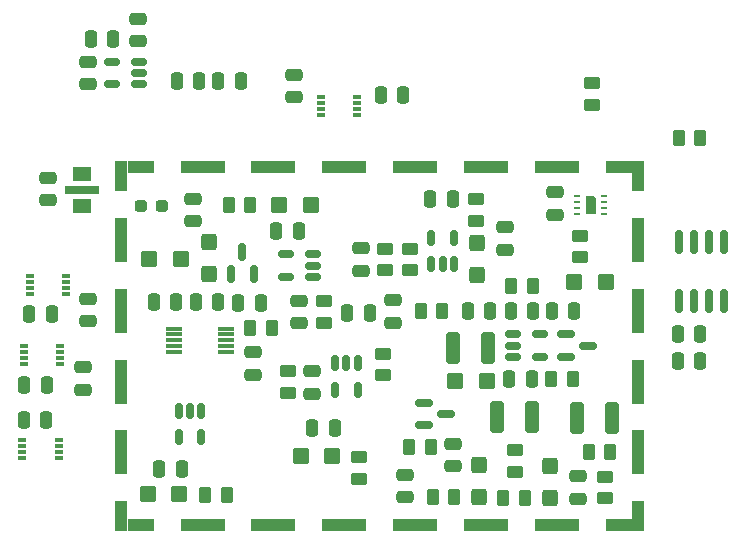
<source format=gbr>
%TF.GenerationSoftware,KiCad,Pcbnew,7.0.9-7.0.9~ubuntu23.04.1*%
%TF.CreationDate,2023-12-05T21:46:46+00:00*%
%TF.ProjectId,USTSIPIN03,55535453-4950-4494-9e30-332e6b696361,REV*%
%TF.SameCoordinates,PX66dd020PY81342c0*%
%TF.FileFunction,Paste,Bot*%
%TF.FilePolarity,Positive*%
%FSLAX46Y46*%
G04 Gerber Fmt 4.6, Leading zero omitted, Abs format (unit mm)*
G04 Created by KiCad (PCBNEW 7.0.9-7.0.9~ubuntu23.04.1) date 2023-12-05 21:46:46*
%MOMM*%
%LPD*%
G01*
G04 APERTURE LIST*
G04 Aperture macros list*
%AMRoundRect*
0 Rectangle with rounded corners*
0 $1 Rounding radius*
0 $2 $3 $4 $5 $6 $7 $8 $9 X,Y pos of 4 corners*
0 Add a 4 corners polygon primitive as box body*
4,1,4,$2,$3,$4,$5,$6,$7,$8,$9,$2,$3,0*
0 Add four circle primitives for the rounded corners*
1,1,$1+$1,$2,$3*
1,1,$1+$1,$4,$5*
1,1,$1+$1,$6,$7*
1,1,$1+$1,$8,$9*
0 Add four rect primitives between the rounded corners*
20,1,$1+$1,$2,$3,$4,$5,0*
20,1,$1+$1,$4,$5,$6,$7,0*
20,1,$1+$1,$6,$7,$8,$9,0*
20,1,$1+$1,$8,$9,$2,$3,0*%
%AMFreePoly0*
4,1,6,0.450000,-0.800000,-0.180000,-0.800000,-0.450000,-0.530000,-0.450000,0.800000,0.450000,0.800000,0.450000,-0.800000,0.450000,-0.800000,$1*%
G04 Aperture macros list end*
%ADD10RoundRect,0.250000X-0.475000X0.250000X-0.475000X-0.250000X0.475000X-0.250000X0.475000X0.250000X0*%
%ADD11RoundRect,0.150000X0.512500X0.150000X-0.512500X0.150000X-0.512500X-0.150000X0.512500X-0.150000X0*%
%ADD12RoundRect,0.250000X-0.450000X-0.425000X0.450000X-0.425000X0.450000X0.425000X-0.450000X0.425000X0*%
%ADD13RoundRect,0.250000X0.250000X0.475000X-0.250000X0.475000X-0.250000X-0.475000X0.250000X-0.475000X0*%
%ADD14RoundRect,0.250000X-0.250000X-0.475000X0.250000X-0.475000X0.250000X0.475000X-0.250000X0.475000X0*%
%ADD15RoundRect,0.250000X-0.262500X-0.450000X0.262500X-0.450000X0.262500X0.450000X-0.262500X0.450000X0*%
%ADD16RoundRect,0.250000X-0.450000X0.262500X-0.450000X-0.262500X0.450000X-0.262500X0.450000X0.262500X0*%
%ADD17R,1.000000X1.000000*%
%ADD18R,1.000000X1.550000*%
%ADD19R,1.000000X3.800000*%
%ADD20R,2.300000X1.000000*%
%ADD21R,3.800000X1.000000*%
%ADD22RoundRect,0.150000X-0.150000X0.512500X-0.150000X-0.512500X0.150000X-0.512500X0.150000X0.512500X0*%
%ADD23RoundRect,0.250000X0.325000X1.100000X-0.325000X1.100000X-0.325000X-1.100000X0.325000X-1.100000X0*%
%ADD24RoundRect,0.150000X0.150000X-0.512500X0.150000X0.512500X-0.150000X0.512500X-0.150000X-0.512500X0*%
%ADD25RoundRect,0.250000X0.475000X-0.250000X0.475000X0.250000X-0.475000X0.250000X-0.475000X-0.250000X0*%
%ADD26R,0.800000X0.300000*%
%ADD27RoundRect,0.250000X0.450000X0.425000X-0.450000X0.425000X-0.450000X-0.425000X0.450000X-0.425000X0*%
%ADD28R,1.400000X0.300000*%
%ADD29RoundRect,0.250000X0.262500X0.450000X-0.262500X0.450000X-0.262500X-0.450000X0.262500X-0.450000X0*%
%ADD30R,1.500000X1.300000*%
%ADD31R,3.000000X0.700000*%
%ADD32RoundRect,0.150000X0.150000X-0.587500X0.150000X0.587500X-0.150000X0.587500X-0.150000X-0.587500X0*%
%ADD33RoundRect,0.250000X0.450000X-0.262500X0.450000X0.262500X-0.450000X0.262500X-0.450000X-0.262500X0*%
%ADD34RoundRect,0.250000X0.425000X-0.450000X0.425000X0.450000X-0.425000X0.450000X-0.425000X-0.450000X0*%
%ADD35RoundRect,0.250000X-0.325000X-1.100000X0.325000X-1.100000X0.325000X1.100000X-0.325000X1.100000X0*%
%ADD36RoundRect,0.250000X-0.425000X0.450000X-0.425000X-0.450000X0.425000X-0.450000X0.425000X0.450000X0*%
%ADD37RoundRect,0.150000X-0.512500X-0.150000X0.512500X-0.150000X0.512500X0.150000X-0.512500X0.150000X0*%
%ADD38RoundRect,0.237500X0.287500X0.237500X-0.287500X0.237500X-0.287500X-0.237500X0.287500X-0.237500X0*%
%ADD39FreePoly0,180.000000*%
%ADD40R,0.550000X0.250000*%
%ADD41RoundRect,0.150000X-0.587500X-0.150000X0.587500X-0.150000X0.587500X0.150000X-0.587500X0.150000X0*%
%ADD42RoundRect,0.150000X-0.150000X0.825000X-0.150000X-0.825000X0.150000X-0.825000X0.150000X0.825000X0*%
G04 APERTURE END LIST*
D10*
%TO.C,C2*%
X24841200Y38237200D03*
X24841200Y36337200D03*
%TD*%
D11*
%TO.C,U2*%
X34944900Y33545200D03*
X34944900Y32595200D03*
X34944900Y31645200D03*
X32669900Y31645200D03*
X32669900Y33545200D03*
%TD*%
D12*
%TO.C,C3*%
X32127200Y37729800D03*
X34827200Y37729800D03*
%TD*%
D13*
%TO.C,C8*%
X30566400Y29464000D03*
X28666400Y29464000D03*
%TD*%
D14*
%TO.C,C4*%
X31892200Y35490800D03*
X33792200Y35490800D03*
%TD*%
D13*
%TO.C,C7*%
X23860800Y15392400D03*
X21960800Y15392400D03*
%TD*%
D10*
%TO.C,C16*%
X33832800Y29601200D03*
X33832800Y27701200D03*
%TD*%
D15*
%TO.C,R6*%
X29694500Y27305000D03*
X31519500Y27305000D03*
%TD*%
D16*
%TO.C,R3*%
X38862000Y16381100D03*
X38862000Y14556100D03*
%TD*%
D15*
%TO.C,R2*%
X25859100Y13208000D03*
X27684100Y13208000D03*
%TD*%
D16*
%TO.C,R5*%
X35941000Y29574500D03*
X35941000Y27749500D03*
%TD*%
D17*
%TO.C,M5*%
X18740000Y40916400D03*
D18*
X18740000Y39641400D03*
D19*
X18740000Y34766400D03*
X18740000Y28766400D03*
X18740000Y22766400D03*
X18740000Y16766400D03*
D18*
X18740000Y11891400D03*
D17*
X18740000Y10616400D03*
D20*
X20390000Y40916400D03*
X20390000Y10616400D03*
D21*
X25640000Y40916400D03*
X25640000Y10616400D03*
X31640000Y40916400D03*
X31640000Y10616400D03*
X37640000Y40916400D03*
X37640000Y10616400D03*
X43640000Y40916400D03*
X43640000Y10616400D03*
X49640000Y40916400D03*
X49640000Y10616400D03*
X55640000Y40916400D03*
X55640000Y10616400D03*
D20*
X60890000Y40916400D03*
X60890000Y10616400D03*
D17*
X62540000Y40916400D03*
D18*
X62540000Y39641400D03*
D19*
X62540000Y34766400D03*
X62540000Y28766400D03*
X62540000Y22766400D03*
X62540000Y16766400D03*
D18*
X62540000Y11891400D03*
D17*
X62540000Y10616400D03*
%TD*%
D22*
%TO.C,U6*%
X23637200Y20314500D03*
X24587200Y20314500D03*
X25537200Y20314500D03*
X25537200Y18039500D03*
X23637200Y18039500D03*
%TD*%
D23*
%TO.C,C32*%
X49811200Y25628600D03*
X46861200Y25628600D03*
%TD*%
D24*
%TO.C,U9*%
X46909000Y32688300D03*
X45959000Y32688300D03*
X45009000Y32688300D03*
X45009000Y34963300D03*
X46909000Y34963300D03*
%TD*%
D13*
%TO.C,C12*%
X23429000Y29514800D03*
X21529000Y29514800D03*
%TD*%
D25*
%TO.C,C49*%
X20130600Y51599000D03*
X20130600Y53499000D03*
%TD*%
D14*
%TO.C,C46*%
X10530800Y22479000D03*
X12430800Y22479000D03*
%TD*%
%TO.C,C18*%
X10505400Y19558000D03*
X12405400Y19558000D03*
%TD*%
D10*
%TO.C,C38*%
X12536000Y40011600D03*
X12536000Y38111600D03*
%TD*%
D26*
%TO.C,U5*%
X13488000Y17793400D03*
X13488000Y17293400D03*
X13488000Y16793400D03*
X13488000Y16293400D03*
X10388000Y16293400D03*
X10388000Y16793400D03*
X10388000Y17293400D03*
X10388000Y17793400D03*
%TD*%
D27*
%TO.C,C13*%
X36630600Y16484600D03*
X33930600Y16484600D03*
%TD*%
D15*
%TO.C,R18*%
X44096300Y28727400D03*
X45921300Y28727400D03*
%TD*%
D16*
%TO.C,R16*%
X59744800Y14704300D03*
X59744800Y12879300D03*
%TD*%
%TO.C,R19*%
X52070000Y16965300D03*
X52070000Y15140300D03*
%TD*%
D25*
%TO.C,C31*%
X41757600Y27762800D03*
X41757600Y29662800D03*
%TD*%
D26*
%TO.C,U12*%
X10997600Y30212600D03*
X10997600Y30712600D03*
X10997600Y31212600D03*
X10997600Y31712600D03*
X14097600Y31712600D03*
X14097600Y31212600D03*
X14097600Y30712600D03*
X14097600Y30212600D03*
%TD*%
D27*
%TO.C,C34*%
X49686200Y22860000D03*
X46986200Y22860000D03*
%TD*%
D28*
%TO.C,U3*%
X27650800Y27263600D03*
X27650800Y26763600D03*
X27650800Y26263600D03*
X27650800Y25763600D03*
X27650800Y25263600D03*
X23250800Y25263600D03*
X23250800Y25763600D03*
X23250800Y26263600D03*
X23250800Y26763600D03*
X23250800Y27263600D03*
%TD*%
D14*
%TO.C,C41*%
X65877400Y26822400D03*
X67777400Y26822400D03*
%TD*%
D10*
%TO.C,C15*%
X34925000Y23657600D03*
X34925000Y21757600D03*
%TD*%
%TO.C,C5*%
X51231800Y35849600D03*
X51231800Y33949600D03*
%TD*%
D23*
%TO.C,C29*%
X53519600Y19786600D03*
X50569600Y19786600D03*
%TD*%
D29*
%TO.C,R12*%
X56995700Y23012400D03*
X55170700Y23012400D03*
%TD*%
D10*
%TO.C,C48*%
X29870400Y25232400D03*
X29870400Y23332400D03*
%TD*%
%TO.C,C47*%
X15519400Y23987800D03*
X15519400Y22087800D03*
%TD*%
D29*
%TO.C,R21*%
X44958000Y17272000D03*
X43133000Y17272000D03*
%TD*%
D25*
%TO.C,C28*%
X57458800Y12841800D03*
X57458800Y14741800D03*
%TD*%
D14*
%TO.C,C10*%
X25085000Y29489400D03*
X26985000Y29489400D03*
%TD*%
D30*
%TO.C,C37*%
X15431600Y37635400D03*
D31*
X15431600Y38985400D03*
D30*
X15431600Y40335400D03*
%TD*%
D16*
%TO.C,R11*%
X48753000Y38192700D03*
X48753000Y36367700D03*
%TD*%
D11*
%TO.C,U15*%
X20252100Y49866800D03*
X20252100Y48916800D03*
X20252100Y47966800D03*
X17977100Y47966800D03*
X17977100Y49866800D03*
%TD*%
D29*
%TO.C,R17*%
X60145300Y16840200D03*
X58320300Y16840200D03*
%TD*%
D27*
%TO.C,C6*%
X23676600Y13233400D03*
X20976600Y13233400D03*
%TD*%
D32*
%TO.C,U1*%
X29956800Y31853900D03*
X28056800Y31853900D03*
X29006800Y33728900D03*
%TD*%
D14*
%TO.C,C33*%
X51592200Y23030200D03*
X53492200Y23030200D03*
%TD*%
D33*
%TO.C,R20*%
X41097200Y32194500D03*
X41097200Y34019500D03*
%TD*%
D13*
%TO.C,C20*%
X57123200Y28749200D03*
X55223200Y28749200D03*
%TD*%
D15*
%TO.C,R13*%
X51767100Y30861000D03*
X53592100Y30861000D03*
%TD*%
D10*
%TO.C,C43*%
X15976600Y29779000D03*
X15976600Y27879000D03*
%TD*%
D33*
%TO.C,R10*%
X57632600Y33275900D03*
X57632600Y35100900D03*
%TD*%
D25*
%TO.C,C19*%
X55517800Y36908801D03*
X55517800Y38808801D03*
%TD*%
D13*
%TO.C,C14*%
X36840200Y18846800D03*
X34940200Y18846800D03*
%TD*%
D10*
%TO.C,C51*%
X15939600Y49841400D03*
X15939600Y47941400D03*
%TD*%
D13*
%TO.C,C39*%
X25334000Y48209200D03*
X23434000Y48209200D03*
%TD*%
D14*
%TO.C,C50*%
X26978400Y48205600D03*
X28878400Y48205600D03*
%TD*%
D34*
%TO.C,C9*%
X26162000Y31847800D03*
X26162000Y34547800D03*
%TD*%
D14*
%TO.C,C40*%
X65877400Y24485600D03*
X67777400Y24485600D03*
%TD*%
D35*
%TO.C,C22*%
X57376800Y19685000D03*
X60326800Y19685000D03*
%TD*%
D29*
%TO.C,R1*%
X29665300Y37693600D03*
X27840300Y37693600D03*
%TD*%
D27*
%TO.C,C11*%
X23803600Y33172400D03*
X21103600Y33172400D03*
%TD*%
D10*
%TO.C,C36*%
X46863000Y17485400D03*
X46863000Y15585400D03*
%TD*%
D14*
%TO.C,C30*%
X48097400Y28752800D03*
X49997400Y28752800D03*
%TD*%
D16*
%TO.C,R22*%
X43180000Y34019500D03*
X43180000Y32194500D03*
%TD*%
D12*
%TO.C,C21*%
X57095400Y31191200D03*
X59795400Y31191200D03*
%TD*%
D36*
%TO.C,C24*%
X48854600Y34490000D03*
X48854600Y31790000D03*
%TD*%
D33*
%TO.C,R7*%
X40894000Y23293700D03*
X40894000Y25118700D03*
%TD*%
D14*
%TO.C,C44*%
X40719800Y47037200D03*
X42619800Y47037200D03*
%TD*%
D29*
%TO.C,R14*%
X46933300Y13029800D03*
X45108300Y13029800D03*
%TD*%
D16*
%TO.C,R4*%
X32904400Y23635101D03*
X32904400Y21810101D03*
%TD*%
D14*
%TO.C,C42*%
X10976400Y28495200D03*
X12876400Y28495200D03*
%TD*%
D37*
%TO.C,U8*%
X51923100Y24856400D03*
X51923100Y25806400D03*
X51923100Y26756400D03*
X54198100Y26756400D03*
X54198100Y24856400D03*
%TD*%
D25*
%TO.C,C1*%
X42803000Y12968800D03*
X42803000Y14868800D03*
%TD*%
D38*
%TO.C,L1*%
X22185600Y37602800D03*
X20435600Y37602800D03*
%TD*%
D13*
%TO.C,C17*%
X39786600Y28585800D03*
X37886600Y28585800D03*
%TD*%
D34*
%TO.C,C26*%
X49043400Y12975200D03*
X49043400Y15675200D03*
%TD*%
D25*
%TO.C,C35*%
X39014400Y32157000D03*
X39014400Y34057000D03*
%TD*%
D29*
%TO.C,R15*%
X52910300Y12902800D03*
X51085300Y12902800D03*
%TD*%
D26*
%TO.C,U14*%
X10489600Y24269000D03*
X10489600Y24769000D03*
X10489600Y25269000D03*
X10489600Y25769000D03*
X13589600Y25769000D03*
X13589600Y25269000D03*
X13589600Y24769000D03*
X13589600Y24269000D03*
%TD*%
D15*
%TO.C,R29*%
X65965700Y43408600D03*
X67790700Y43408600D03*
%TD*%
D14*
%TO.C,C25*%
X51744600Y28745200D03*
X53644600Y28745200D03*
%TD*%
D39*
%TO.C,U7*%
X58489600Y37731800D03*
D40*
X59664600Y38481800D03*
X59664600Y37981800D03*
X59664600Y37481800D03*
X59664600Y36981800D03*
X57314600Y36981800D03*
X57314600Y37481800D03*
X57314600Y37981800D03*
X57314600Y38481800D03*
%TD*%
D41*
%TO.C,Q1*%
X56364900Y24856400D03*
X56364900Y26756400D03*
X58239900Y25806400D03*
%TD*%
D42*
%TO.C,U11*%
X65938400Y34569400D03*
X67208400Y34569400D03*
X68478400Y34569400D03*
X69748400Y34569400D03*
X69748400Y29619400D03*
X68478400Y29619400D03*
X67208400Y29619400D03*
X65938400Y29619400D03*
%TD*%
D13*
%TO.C,C23*%
X46832800Y38194600D03*
X44932800Y38194600D03*
%TD*%
D41*
%TO.C,U10*%
X44350700Y19065200D03*
X44350700Y20965200D03*
X46225700Y20015200D03*
%TD*%
D34*
%TO.C,C27*%
X55045800Y12949800D03*
X55045800Y15649800D03*
%TD*%
D16*
%TO.C,R30*%
X58623200Y48029500D03*
X58623200Y46204500D03*
%TD*%
D25*
%TO.C,C45*%
X33401000Y46852800D03*
X33401000Y48752800D03*
%TD*%
D14*
%TO.C,C52*%
X16158000Y51812400D03*
X18058000Y51812400D03*
%TD*%
D22*
%TO.C,U4*%
X36856600Y24328101D03*
X37806600Y24328101D03*
X38756600Y24328101D03*
X38756600Y22053101D03*
X36856600Y22053101D03*
%TD*%
D26*
%TO.C,U13*%
X38735600Y46876400D03*
X38735600Y46376400D03*
X38735600Y45876400D03*
X38735600Y45376400D03*
X35635600Y45376400D03*
X35635600Y45876400D03*
X35635600Y46376400D03*
X35635600Y46876400D03*
%TD*%
M02*

</source>
